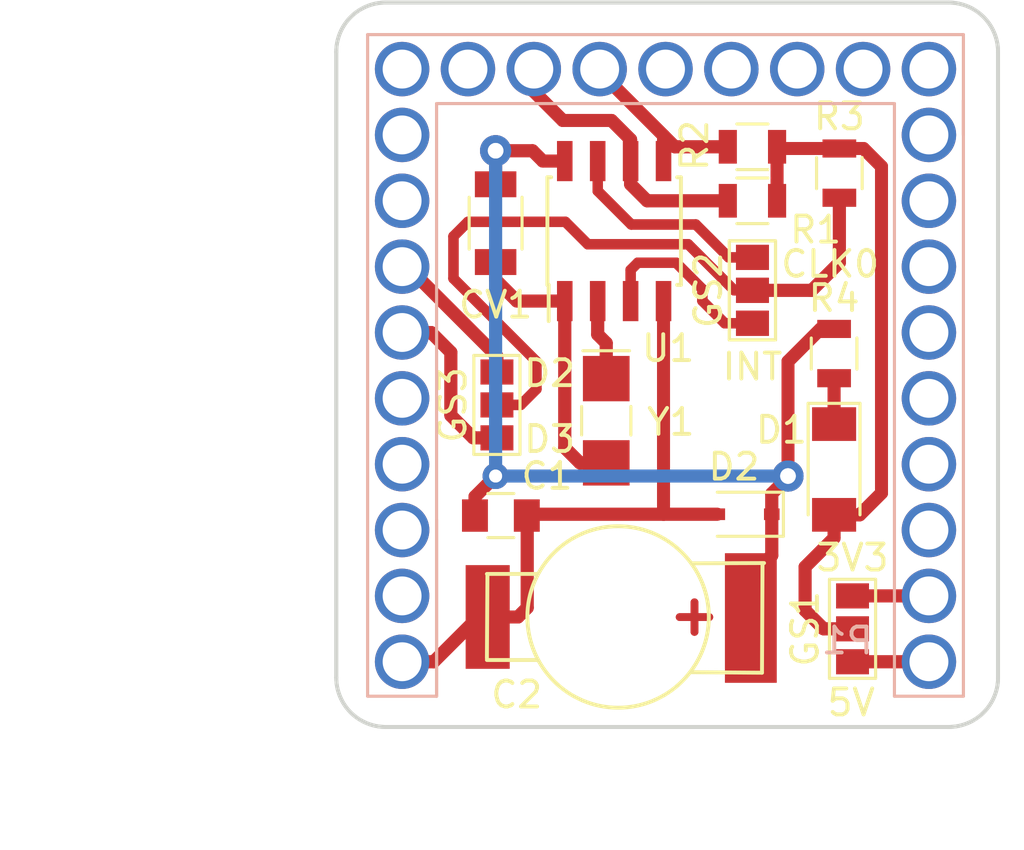
<source format=kicad_pcb>
(kicad_pcb (version 4) (host pcbnew 4.0.5)

  (general
    (links 32)
    (no_connects 0)
    (area 97.433001 89.485399 137.382 124.286001)
    (thickness 1.6)
    (drawings 26)
    (tracks 210)
    (zones 0)
    (modules 16)
    (nets 36)
  )

  (page A4)
  (title_block
    (title "Microduino RTC DE")
    (date "10 aprile 2017")
    (rev 0.0)
  )

  (layers
    (0 F.Cu signal)
    (31 B.Cu signal)
    (32 B.Adhes user)
    (33 F.Adhes user)
    (34 B.Paste user)
    (35 F.Paste user)
    (36 B.SilkS user)
    (37 F.SilkS user)
    (38 B.Mask user)
    (39 F.Mask user hide)
    (44 Edge.Cuts user)
    (45 Margin user)
    (46 B.CrtYd user)
    (47 F.CrtYd user)
    (48 B.Fab user)
    (49 F.Fab user)
  )

  (setup
    (last_trace_width 0.25)
    (user_trace_width 0.4)
    (user_trace_width 0.5)
    (user_trace_width 0.75)
    (user_trace_width 1)
    (user_trace_width 1.5)
    (user_trace_width 2)
    (user_trace_width 2.5)
    (user_trace_width 3)
    (trace_clearance 0.2)
    (zone_clearance 0.508)
    (zone_45_only no)
    (trace_min 0.2)
    (segment_width 0.15)
    (edge_width 0.15)
    (via_size 0.6)
    (via_drill 0.4)
    (via_min_size 0.4)
    (via_min_drill 0.3)
    (user_via 1 0.5)
    (user_via 1.2 0.6)
    (uvia_size 0.3)
    (uvia_drill 0.1)
    (uvias_allowed no)
    (uvia_min_size 0.2)
    (uvia_min_drill 0.1)
    (pcb_text_width 0.3)
    (pcb_text_size 1.5 1.5)
    (mod_edge_width 0.15)
    (mod_text_size 1 1)
    (mod_text_width 0.15)
    (pad_size 2.1 2.1)
    (pad_drill 1.5)
    (pad_to_mask_clearance 0.2)
    (aux_axis_origin 0 0)
    (grid_origin 126.111 104.775)
    (visible_elements 7FFEFFFF)
    (pcbplotparams
      (layerselection 0x00030_80000001)
      (usegerberextensions false)
      (excludeedgelayer true)
      (linewidth 0.100000)
      (plotframeref false)
      (viasonmask false)
      (mode 1)
      (useauxorigin false)
      (hpglpennumber 1)
      (hpglpenspeed 20)
      (hpglpendiameter 15)
      (hpglpenoverlay 2)
      (psnegative false)
      (psa4output false)
      (plotreference true)
      (plotvalue true)
      (plotinvisibletext false)
      (padsonsilk false)
      (subtractmaskfromsilk false)
      (outputformat 1)
      (mirror false)
      (drillshape 1)
      (scaleselection 1)
      (outputdirectory ""))
  )

  (net 0 "")
  (net 1 "Net-(C1-Pad1)")
  (net 2 GND)
  (net 3 "Net-(CV1-Pad2)")
  (net 4 "Net-(D1-Pad2)")
  (net 5 /SCL)
  (net 6 /SDA)
  (net 7 "Net-(U1-Pad2)")
  (net 8 /INT)
  (net 9 /CLKO)
  (net 10 +5V)
  (net 11 +3V3)
  (net 12 /D2)
  (net 13 /D3)
  (net 14 /D7)
  (net 15 /D8)
  (net 16 /D9)
  (net 17 /D10)
  (net 18 /D11)
  (net 19 /D12)
  (net 20 /D13)
  (net 21 /REF)
  (net 22 /A0)
  (net 23 /A1)
  (net 24 /A2)
  (net 25 /A3)
  (net 26 /A6)
  (net 27 /A7)
  (net 28 /RX0)
  (net 29 /TX1)
  (net 30 /D4)
  (net 31 /D5)
  (net 32 /D6)
  (net 33 /RESET)
  (net 34 "Net-(GS2-Pad2)")
  (net 35 "Net-(D1-Pad1)")

  (net_class Default "Questo è il gruppo di collegamenti predefinito"
    (clearance 0.2)
    (trace_width 0.25)
    (via_dia 0.6)
    (via_drill 0.4)
    (uvia_dia 0.3)
    (uvia_drill 0.1)
    (add_net +3V3)
    (add_net +5V)
    (add_net /A0)
    (add_net /A1)
    (add_net /A2)
    (add_net /A3)
    (add_net /A6)
    (add_net /A7)
    (add_net /CLKO)
    (add_net /D10)
    (add_net /D11)
    (add_net /D12)
    (add_net /D13)
    (add_net /D2)
    (add_net /D3)
    (add_net /D4)
    (add_net /D5)
    (add_net /D6)
    (add_net /D7)
    (add_net /D8)
    (add_net /D9)
    (add_net /INT)
    (add_net /REF)
    (add_net /RESET)
    (add_net /RX0)
    (add_net /SCL)
    (add_net /SDA)
    (add_net /TX1)
    (add_net GND)
    (add_net "Net-(C1-Pad1)")
    (add_net "Net-(CV1-Pad2)")
    (add_net "Net-(D1-Pad1)")
    (add_net "Net-(D1-Pad2)")
    (add_net "Net-(GS2-Pad2)")
    (add_net "Net-(U1-Pad2)")
  )

  (module Connectors:GS3 (layer F.Cu) (tedit 58613494) (tstamp 58E793D0)
    (at 126.6698 100.6602)
    (descr "3-pin solder bridge")
    (tags "solder bridge")
    (path /58D9FB5B)
    (attr smd)
    (fp_text reference GS2 (at -1.7 0 90) (layer F.SilkS)
      (effects (font (size 1 1) (thickness 0.15)))
    )
    (fp_text value GS3 (at 1.8 0 90) (layer F.Fab)
      (effects (font (size 1 1) (thickness 0.15)))
    )
    (fp_line (start -1.15 -2.15) (end 1.15 -2.15) (layer F.CrtYd) (width 0.05))
    (fp_line (start 1.15 -2.15) (end 1.15 2.15) (layer F.CrtYd) (width 0.05))
    (fp_line (start 1.15 2.15) (end -1.15 2.15) (layer F.CrtYd) (width 0.05))
    (fp_line (start -1.15 2.15) (end -1.15 -2.15) (layer F.CrtYd) (width 0.05))
    (fp_line (start -0.89 -1.91) (end -0.89 1.91) (layer F.SilkS) (width 0.12))
    (fp_line (start -0.89 1.91) (end 0.89 1.91) (layer F.SilkS) (width 0.12))
    (fp_line (start 0.89 1.91) (end 0.89 -1.91) (layer F.SilkS) (width 0.12))
    (fp_line (start -0.89 -1.91) (end 0.89 -1.91) (layer F.SilkS) (width 0.12))
    (pad 1 smd rect (at 0 -1.27) (size 1.27 0.97) (layers F.Cu F.Paste F.Mask)
      (net 9 /CLKO))
    (pad 2 smd rect (at 0 0) (size 1.27 0.97) (layers F.Cu F.Paste F.Mask)
      (net 34 "Net-(GS2-Pad2)"))
    (pad 3 smd rect (at 0 1.27) (size 1.27 0.97) (layers F.Cu F.Paste F.Mask)
      (net 8 /INT))
  )

  (module Crystals:Crystal_SMD_G8-2pin_3.2x1.5mm_HandSoldering (layer F.Cu) (tedit 58E77EBC) (tstamp 58D8E201)
    (at 121.031 105.6894 270)
    (descr "SMD Crystal G8, hand-soldering, 3.2x1.5mm^2 package")
    (tags "SMD SMT crystal hand-soldering")
    (path /58B7FA73)
    (attr smd)
    (fp_text reference Y1 (at 0.0508 -2.4892 360) (layer F.SilkS)
      (effects (font (size 1 1) (thickness 0.15)))
    )
    (fp_text value "32,762 kHz" (at 0 1.95 270) (layer F.Fab)
      (effects (font (size 1 1) (thickness 0.15)))
    )
    (fp_text user %R (at 0 0 270) (layer F.Fab)
      (effects (font (size 0.7 0.7) (thickness 0.105)))
    )
    (fp_line (start -1.6 -0.75) (end -1.6 0.75) (layer F.Fab) (width 0.1))
    (fp_line (start -1.6 0.75) (end 1.6 0.75) (layer F.Fab) (width 0.1))
    (fp_line (start 1.6 0.75) (end 1.6 -0.75) (layer F.Fab) (width 0.1))
    (fp_line (start 1.6 -0.75) (end -1.6 -0.75) (layer F.Fab) (width 0.1))
    (fp_line (start -1.6 0.25) (end -1.1 0.75) (layer F.Fab) (width 0.1))
    (fp_line (start -0.55 -0.95) (end 0.55 -0.95) (layer F.SilkS) (width 0.12))
    (fp_line (start -0.55 0.95) (end 0.55 0.95) (layer F.SilkS) (width 0.12))
    (fp_line (start -2.7 -0.9) (end -2.7 0.9) (layer F.SilkS) (width 0.12))
    (fp_line (start -2.8 -1.2) (end -2.8 1.2) (layer F.CrtYd) (width 0.05))
    (fp_line (start -2.8 1.2) (end 2.8 1.2) (layer F.CrtYd) (width 0.05))
    (fp_line (start 2.8 1.2) (end 2.8 -1.2) (layer F.CrtYd) (width 0.05))
    (fp_line (start 2.8 -1.2) (end -2.8 -1.2) (layer F.CrtYd) (width 0.05))
    (fp_circle (center 0 0) (end 0.25 0) (layer F.Adhes) (width 0.1))
    (fp_circle (center 0 0) (end 0.208333 0) (layer F.Adhes) (width 0.083333))
    (fp_circle (center 0 0) (end 0.133333 0) (layer F.Adhes) (width 0.083333))
    (fp_circle (center 0 0) (end 0.058333 0) (layer F.Adhes) (width 0.116667))
    (pad 1 smd rect (at -1.625 0 270) (size 1.75 1.8) (layers F.Cu F.Paste F.Mask)
      (net 7 "Net-(U1-Pad2)"))
    (pad 2 smd rect (at 1.625 0 270) (size 1.75 1.8) (layers F.Cu F.Paste F.Mask)
      (net 3 "Net-(CV1-Pad2)"))
    (model ${KISYS3DMOD}/Crystals.3dshapes/Crystal_SMD_G8-2pin_3.2x1.5mm_HandSoldering.wrl
      (at (xyz 0 0 0))
      (scale (xyz 1 1 1))
      (rotate (xyz 0 0 0))
    )
  )

  (module Diodes_SMD:D_MiniMELF_Standard (layer F.Cu) (tedit 58E77D9D) (tstamp 58D8E1E3)
    (at 129.8194 107.569 270)
    (descr "Diode Mini-MELF Standard")
    (tags "Diode Mini-MELF Standard")
    (path /58C5822F)
    (attr smd)
    (fp_text reference D1 (at -1.524 2.032 360) (layer F.SilkS)
      (effects (font (size 1 1) (thickness 0.15)))
    )
    (fp_text value TMMBAT43 (at 0 3.81 270) (layer F.Fab)
      (effects (font (size 1 1) (thickness 0.15)))
    )
    (fp_line (start 1.75 -1) (end -2.55 -1) (layer F.SilkS) (width 0.12))
    (fp_line (start -2.55 -1) (end -2.55 1) (layer F.SilkS) (width 0.12))
    (fp_line (start -2.55 1) (end 1.75 1) (layer F.SilkS) (width 0.12))
    (fp_line (start 1.65 -0.8) (end 1.65 0.8) (layer F.Fab) (width 0.1))
    (fp_line (start 1.65 0.8) (end -1.65 0.8) (layer F.Fab) (width 0.1))
    (fp_line (start -1.65 0.8) (end -1.65 -0.8) (layer F.Fab) (width 0.1))
    (fp_line (start -1.65 -0.8) (end 1.65 -0.8) (layer F.Fab) (width 0.1))
    (fp_line (start 0.25 0) (end 0.75 0) (layer F.Fab) (width 0.1))
    (fp_line (start 0.25 0.4) (end -0.35 0) (layer F.Fab) (width 0.1))
    (fp_line (start 0.25 -0.4) (end 0.25 0.4) (layer F.Fab) (width 0.1))
    (fp_line (start -0.35 0) (end 0.25 -0.4) (layer F.Fab) (width 0.1))
    (fp_line (start -0.35 0) (end -0.35 0.55) (layer F.Fab) (width 0.1))
    (fp_line (start -0.35 0) (end -0.35 -0.55) (layer F.Fab) (width 0.1))
    (fp_line (start -0.75 0) (end -0.35 0) (layer F.Fab) (width 0.1))
    (fp_line (start -2.65 -1.1) (end 2.65 -1.1) (layer F.CrtYd) (width 0.05))
    (fp_line (start 2.65 -1.1) (end 2.65 1.1) (layer F.CrtYd) (width 0.05))
    (fp_line (start 2.65 1.1) (end -2.65 1.1) (layer F.CrtYd) (width 0.05))
    (fp_line (start -2.65 1.1) (end -2.65 -1.1) (layer F.CrtYd) (width 0.05))
    (pad 1 smd rect (at -1.75 0 270) (size 1.3 1.7) (layers F.Cu F.Paste F.Mask)
      (net 35 "Net-(D1-Pad1)"))
    (pad 2 smd rect (at 1.75 0 270) (size 1.3 1.7) (layers F.Cu F.Paste F.Mask)
      (net 4 "Net-(D1-Pad2)"))
    (model Diodes_SMD.3dshapes/D_MiniMELF_Standard.wrl
      (at (xyz 0 0 0))
      (scale (xyz 0.3937 0.3937 0.3937))
      (rotate (xyz 0 0 0))
    )
  )

  (module Housings_SOIC:SOIC-8_3.9x4.9mm_Pitch1.27mm (layer F.Cu) (tedit 58E91025) (tstamp 58D92C2F)
    (at 121.3358 98.3742 90)
    (descr "8-Lead Plastic Small Outline (SN) - Narrow, 3.90 mm Body [SOIC] (see Microchip Packaging Specification 00000049BS.pdf)")
    (tags "SOIC 1.27")
    (path /58B7F974)
    (attr smd)
    (fp_text reference U1 (at -4.5212 2.0828 180) (layer F.SilkS)
      (effects (font (size 1 1) (thickness 0.15)))
    )
    (fp_text value PCF8563 (at 0 3.5 90) (layer F.Fab)
      (effects (font (size 1 1) (thickness 0.15)))
    )
    (fp_text user %R (at 0 0 180) (layer F.Fab)
      (effects (font (size 1 1) (thickness 0.15)))
    )
    (fp_line (start -0.95 -2.45) (end 1.95 -2.45) (layer F.Fab) (width 0.1))
    (fp_line (start 1.95 -2.45) (end 1.95 2.45) (layer F.Fab) (width 0.1))
    (fp_line (start 1.95 2.45) (end -1.95 2.45) (layer F.Fab) (width 0.1))
    (fp_line (start -1.95 2.45) (end -1.95 -1.45) (layer F.Fab) (width 0.1))
    (fp_line (start -1.95 -1.45) (end -0.95 -2.45) (layer F.Fab) (width 0.1))
    (fp_line (start -3.73 -2.7) (end -3.73 2.7) (layer F.CrtYd) (width 0.05))
    (fp_line (start 3.73 -2.7) (end 3.73 2.7) (layer F.CrtYd) (width 0.05))
    (fp_line (start -3.73 -2.7) (end 3.73 -2.7) (layer F.CrtYd) (width 0.05))
    (fp_line (start -3.73 2.7) (end 3.73 2.7) (layer F.CrtYd) (width 0.05))
    (fp_line (start -2.075 -2.575) (end -2.075 -2.525) (layer F.SilkS) (width 0.15))
    (fp_line (start 2.075 -2.575) (end 2.075 -2.43) (layer F.SilkS) (width 0.15))
    (fp_line (start 2.075 2.575) (end 2.075 2.43) (layer F.SilkS) (width 0.15))
    (fp_line (start -2.075 2.575) (end -2.075 2.43) (layer F.SilkS) (width 0.15))
    (fp_line (start -2.075 -2.575) (end 2.075 -2.575) (layer F.SilkS) (width 0.15))
    (fp_line (start -2.075 2.575) (end 2.075 2.575) (layer F.SilkS) (width 0.15))
    (fp_line (start -2.075 -2.525) (end -3.475 -2.525) (layer F.SilkS) (width 0.15))
    (pad 1 smd rect (at -2.7 -1.905 90) (size 1.55 0.6) (layers F.Cu F.Paste F.Mask)
      (net 3 "Net-(CV1-Pad2)"))
    (pad 2 smd rect (at -2.7 -0.635 90) (size 1.55 0.6) (layers F.Cu F.Paste F.Mask)
      (net 7 "Net-(U1-Pad2)"))
    (pad 3 smd rect (at -2.7 0.635 90) (size 1.55 0.6) (layers F.Cu F.Paste F.Mask)
      (net 8 /INT))
    (pad 4 smd rect (at -2.7 1.905 90) (size 1.55 0.6) (layers F.Cu F.Paste F.Mask)
      (net 2 GND))
    (pad 5 smd rect (at 2.7 1.905 90) (size 1.55 0.6) (layers F.Cu F.Paste F.Mask)
      (net 6 /SDA))
    (pad 6 smd rect (at 2.7 0.635 90) (size 1.55 0.6) (layers F.Cu F.Paste F.Mask)
      (net 5 /SCL))
    (pad 7 smd rect (at 2.7 -0.635 90) (size 1.55 0.6) (layers F.Cu F.Paste F.Mask)
      (net 9 /CLKO))
    (pad 8 smd rect (at 2.7 -1.905 90) (size 1.55 0.6) (layers F.Cu F.Paste F.Mask)
      (net 1 "Net-(C1-Pad1)"))
    (model Housings_SOIC.3dshapes/SOIC-8_3.9x4.9mm_Pitch1.27mm.wrl
      (at (xyz 0 0 0))
      (scale (xyz 1 1 1))
      (rotate (xyz 0 0 0))
    )
  )

  (module Resistors_SMD:R_0805 (layer F.Cu) (tedit 58E9100E) (tstamp 58E1F324)
    (at 130.0226 96.139 270)
    (descr "Resistor SMD 0805, reflow soldering, Vishay (see dcrcw.pdf)")
    (tags "resistor 0805")
    (path /58DA426D)
    (attr smd)
    (fp_text reference R3 (at -2.1844 0 360) (layer F.SilkS)
      (effects (font (size 1 1) (thickness 0.15)))
    )
    (fp_text value 4k7 (at 0 1.75 270) (layer F.Fab)
      (effects (font (size 1 1) (thickness 0.15)))
    )
    (fp_text user %R (at -2.1844 0 360) (layer F.Fab)
      (effects (font (size 1 1) (thickness 0.15)))
    )
    (fp_line (start -1 0.62) (end -1 -0.62) (layer F.Fab) (width 0.1))
    (fp_line (start 1 0.62) (end -1 0.62) (layer F.Fab) (width 0.1))
    (fp_line (start 1 -0.62) (end 1 0.62) (layer F.Fab) (width 0.1))
    (fp_line (start -1 -0.62) (end 1 -0.62) (layer F.Fab) (width 0.1))
    (fp_line (start 0.6 0.88) (end -0.6 0.88) (layer F.SilkS) (width 0.12))
    (fp_line (start -0.6 -0.88) (end 0.6 -0.88) (layer F.SilkS) (width 0.12))
    (fp_line (start -1.55 -0.9) (end 1.55 -0.9) (layer F.CrtYd) (width 0.05))
    (fp_line (start -1.55 -0.9) (end -1.55 0.9) (layer F.CrtYd) (width 0.05))
    (fp_line (start 1.55 0.9) (end 1.55 -0.9) (layer F.CrtYd) (width 0.05))
    (fp_line (start 1.55 0.9) (end -1.55 0.9) (layer F.CrtYd) (width 0.05))
    (pad 1 smd rect (at -0.95 0 270) (size 0.7 1.3) (layers F.Cu F.Paste F.Mask)
      (net 4 "Net-(D1-Pad2)"))
    (pad 2 smd rect (at 0.95 0 270) (size 0.7 1.3) (layers F.Cu F.Paste F.Mask)
      (net 34 "Net-(GS2-Pad2)"))
    (model Resistors_SMD.3dshapes/R_0805.wrl
      (at (xyz 0 0 0))
      (scale (xyz 1 1 1))
      (rotate (xyz 0 0 0))
    )
  )

  (module Capacitors_SMD:C_0805 (layer F.Cu) (tedit 58E91042) (tstamp 58E1F3D1)
    (at 116.967 109.347)
    (descr "Capacitor SMD 0805, reflow soldering, AVX (see smccp.pdf)")
    (tags "capacitor 0805")
    (path /58B7FB48)
    (attr smd)
    (fp_text reference C1 (at 1.778 -1.524) (layer F.SilkS)
      (effects (font (size 1 1) (thickness 0.15)))
    )
    (fp_text value "0,1 uF" (at 0 1.75) (layer F.Fab)
      (effects (font (size 1 1) (thickness 0.15)))
    )
    (fp_text user %R (at 1.778 -1.524) (layer F.Fab)
      (effects (font (size 1 1) (thickness 0.15)))
    )
    (fp_line (start -1 0.62) (end -1 -0.62) (layer F.Fab) (width 0.1))
    (fp_line (start 1 0.62) (end -1 0.62) (layer F.Fab) (width 0.1))
    (fp_line (start 1 -0.62) (end 1 0.62) (layer F.Fab) (width 0.1))
    (fp_line (start -1 -0.62) (end 1 -0.62) (layer F.Fab) (width 0.1))
    (fp_line (start 0.5 -0.85) (end -0.5 -0.85) (layer F.SilkS) (width 0.12))
    (fp_line (start -0.5 0.85) (end 0.5 0.85) (layer F.SilkS) (width 0.12))
    (fp_line (start -1.75 -0.88) (end 1.75 -0.88) (layer F.CrtYd) (width 0.05))
    (fp_line (start -1.75 -0.88) (end -1.75 0.87) (layer F.CrtYd) (width 0.05))
    (fp_line (start 1.75 0.87) (end 1.75 -0.88) (layer F.CrtYd) (width 0.05))
    (fp_line (start 1.75 0.87) (end -1.75 0.87) (layer F.CrtYd) (width 0.05))
    (pad 1 smd rect (at -1 0) (size 1 1.25) (layers F.Cu F.Paste F.Mask)
      (net 1 "Net-(C1-Pad1)"))
    (pad 2 smd rect (at 1 0) (size 1 1.25) (layers F.Cu F.Paste F.Mask)
      (net 2 GND))
    (model Capacitors_SMD.3dshapes/C_0805.wrl
      (at (xyz 0 0 0))
      (scale (xyz 1 1 1))
      (rotate (xyz 0 0 0))
    )
  )

  (module Connectors:GS3 (layer F.Cu) (tedit 58E77DEA) (tstamp 58E1F3F1)
    (at 130.5306 113.7158 180)
    (descr "3-pin solder bridge")
    (tags "solder bridge")
    (path /58D9FACF)
    (attr smd)
    (fp_text reference GS1 (at 1.8288 0 270) (layer F.SilkS)
      (effects (font (size 1 1) (thickness 0.15)))
    )
    (fp_text value GS3 (at 1.8 0 270) (layer F.Fab)
      (effects (font (size 1 1) (thickness 0.15)))
    )
    (fp_line (start -1.15 -2.15) (end 1.15 -2.15) (layer F.CrtYd) (width 0.05))
    (fp_line (start 1.15 -2.15) (end 1.15 2.15) (layer F.CrtYd) (width 0.05))
    (fp_line (start 1.15 2.15) (end -1.15 2.15) (layer F.CrtYd) (width 0.05))
    (fp_line (start -1.15 2.15) (end -1.15 -2.15) (layer F.CrtYd) (width 0.05))
    (fp_line (start -0.89 -1.91) (end -0.89 1.91) (layer F.SilkS) (width 0.12))
    (fp_line (start -0.89 1.91) (end 0.89 1.91) (layer F.SilkS) (width 0.12))
    (fp_line (start 0.89 1.91) (end 0.89 -1.91) (layer F.SilkS) (width 0.12))
    (fp_line (start -0.89 -1.91) (end 0.89 -1.91) (layer F.SilkS) (width 0.12))
    (pad 1 smd rect (at 0 -1.27 180) (size 1.27 0.97) (layers F.Cu F.Paste F.Mask)
      (net 10 +5V))
    (pad 2 smd rect (at 0 0 180) (size 1.27 0.97) (layers F.Cu F.Paste F.Mask)
      (net 4 "Net-(D1-Pad2)"))
    (pad 3 smd rect (at 0 1.27 180) (size 1.27 0.97) (layers F.Cu F.Paste F.Mask)
      (net 11 +3V3))
  )

  (module Connectors:GS3 (layer F.Cu) (tedit 58613494) (tstamp 58E1F400)
    (at 126.6698 100.6602)
    (descr "3-pin solder bridge")
    (tags "solder bridge")
    (path /58D9FB5B)
    (attr smd)
    (fp_text reference GS2 (at -1.7 0 90) (layer F.SilkS)
      (effects (font (size 1 1) (thickness 0.15)))
    )
    (fp_text value GS3 (at 1.8 0 90) (layer F.Fab)
      (effects (font (size 1 1) (thickness 0.15)))
    )
    (fp_line (start -1.15 -2.15) (end 1.15 -2.15) (layer F.CrtYd) (width 0.05))
    (fp_line (start 1.15 -2.15) (end 1.15 2.15) (layer F.CrtYd) (width 0.05))
    (fp_line (start 1.15 2.15) (end -1.15 2.15) (layer F.CrtYd) (width 0.05))
    (fp_line (start -1.15 2.15) (end -1.15 -2.15) (layer F.CrtYd) (width 0.05))
    (fp_line (start -0.89 -1.91) (end -0.89 1.91) (layer F.SilkS) (width 0.12))
    (fp_line (start -0.89 1.91) (end 0.89 1.91) (layer F.SilkS) (width 0.12))
    (fp_line (start 0.89 1.91) (end 0.89 -1.91) (layer F.SilkS) (width 0.12))
    (fp_line (start -0.89 -1.91) (end 0.89 -1.91) (layer F.SilkS) (width 0.12))
    (pad 1 smd rect (at 0 -1.27) (size 1.27 0.97) (layers F.Cu F.Paste F.Mask)
      (net 9 /CLKO))
    (pad 2 smd rect (at 0 0) (size 1.27 0.97) (layers F.Cu F.Paste F.Mask)
      (net 34 "Net-(GS2-Pad2)"))
    (pad 3 smd rect (at 0 1.27) (size 1.27 0.97) (layers F.Cu F.Paste F.Mask)
      (net 8 /INT))
  )

  (module Connectors:GS3 (layer F.Cu) (tedit 58DCB0EE) (tstamp 58E1F40F)
    (at 116.8146 105.0798)
    (descr "3-pin solder bridge")
    (tags "solder bridge")
    (path /58D9FD38)
    (attr smd)
    (fp_text reference GS3 (at -1.7 0 90) (layer F.SilkS)
      (effects (font (size 1 1) (thickness 0.15)))
    )
    (fp_text value GS3 (at 1.8 0 90) (layer F.Fab)
      (effects (font (size 1 1) (thickness 0.15)))
    )
    (fp_line (start -1.15 -2.15) (end 1.15 -2.15) (layer F.CrtYd) (width 0.05))
    (fp_line (start 1.15 -2.15) (end 1.15 2.15) (layer F.CrtYd) (width 0.05))
    (fp_line (start 1.15 2.15) (end -1.15 2.15) (layer F.CrtYd) (width 0.05))
    (fp_line (start -1.15 2.15) (end -1.15 -2.15) (layer F.CrtYd) (width 0.05))
    (fp_line (start -0.89 -1.91) (end -0.89 1.91) (layer F.SilkS) (width 0.12))
    (fp_line (start -0.89 1.91) (end 0.89 1.91) (layer F.SilkS) (width 0.12))
    (fp_line (start 0.89 1.91) (end 0.89 -1.91) (layer F.SilkS) (width 0.12))
    (fp_line (start -0.89 -1.91) (end 0.89 -1.91) (layer F.SilkS) (width 0.12))
    (pad 1 smd rect (at 0 -1.27) (size 1.27 0.97) (layers F.Cu F.Paste F.Mask)
      (net 12 /D2))
    (pad 2 smd rect (at 0 0) (size 1.27 0.97) (layers F.Cu F.Paste F.Mask)
      (net 34 "Net-(GS2-Pad2)"))
    (pad 3 smd rect (at 0 1.27) (size 1.27 0.97) (layers F.Cu F.Paste F.Mask)
      (net 13 /D3))
  )

  (module Resistors_SMD:R_0805 (layer F.Cu) (tedit 58E91089) (tstamp 58E1F420)
    (at 126.6698 97.2058 180)
    (descr "Resistor SMD 0805, reflow soldering, Vishay (see dcrcw.pdf)")
    (tags "resistor 0805")
    (path /58C44D2B)
    (attr smd)
    (fp_text reference R1 (at -2.4384 -1.1176 180) (layer F.SilkS)
      (effects (font (size 1 1) (thickness 0.15)))
    )
    (fp_text value 4k7 (at 0 1.75 180) (layer F.Fab)
      (effects (font (size 1 1) (thickness 0.15)))
    )
    (fp_text user %R (at -2.4384 -1.1176 180) (layer F.Fab)
      (effects (font (size 1 1) (thickness 0.15)))
    )
    (fp_line (start -1 0.62) (end -1 -0.62) (layer F.Fab) (width 0.1))
    (fp_line (start 1 0.62) (end -1 0.62) (layer F.Fab) (width 0.1))
    (fp_line (start 1 -0.62) (end 1 0.62) (layer F.Fab) (width 0.1))
    (fp_line (start -1 -0.62) (end 1 -0.62) (layer F.Fab) (width 0.1))
    (fp_line (start 0.6 0.88) (end -0.6 0.88) (layer F.SilkS) (width 0.12))
    (fp_line (start -0.6 -0.88) (end 0.6 -0.88) (layer F.SilkS) (width 0.12))
    (fp_line (start -1.55 -0.9) (end 1.55 -0.9) (layer F.CrtYd) (width 0.05))
    (fp_line (start -1.55 -0.9) (end -1.55 0.9) (layer F.CrtYd) (width 0.05))
    (fp_line (start 1.55 0.9) (end 1.55 -0.9) (layer F.CrtYd) (width 0.05))
    (fp_line (start 1.55 0.9) (end -1.55 0.9) (layer F.CrtYd) (width 0.05))
    (pad 1 smd rect (at -0.95 0 180) (size 0.7 1.3) (layers F.Cu F.Paste F.Mask)
      (net 4 "Net-(D1-Pad2)"))
    (pad 2 smd rect (at 0.95 0 180) (size 0.7 1.3) (layers F.Cu F.Paste F.Mask)
      (net 5 /SCL))
    (model Resistors_SMD.3dshapes/R_0805.wrl
      (at (xyz 0 0 0))
      (scale (xyz 1 1 1))
      (rotate (xyz 0 0 0))
    )
  )

  (module Resistors_SMD:R_0805 (layer F.Cu) (tedit 58E90FFB) (tstamp 58E1F431)
    (at 126.6698 95.123 180)
    (descr "Resistor SMD 0805, reflow soldering, Vishay (see dcrcw.pdf)")
    (tags "resistor 0805")
    (path /58C44D52)
    (attr smd)
    (fp_text reference R2 (at 2.2352 0.0508 270) (layer F.SilkS)
      (effects (font (size 1 1) (thickness 0.15)))
    )
    (fp_text value 4k7 (at 0 1.75 180) (layer F.Fab)
      (effects (font (size 1 1) (thickness 0.15)))
    )
    (fp_text user %R (at 2.2352 0.0508 270) (layer F.Fab)
      (effects (font (size 1 1) (thickness 0.15)))
    )
    (fp_line (start -1 0.62) (end -1 -0.62) (layer F.Fab) (width 0.1))
    (fp_line (start 1 0.62) (end -1 0.62) (layer F.Fab) (width 0.1))
    (fp_line (start 1 -0.62) (end 1 0.62) (layer F.Fab) (width 0.1))
    (fp_line (start -1 -0.62) (end 1 -0.62) (layer F.Fab) (width 0.1))
    (fp_line (start 0.6 0.88) (end -0.6 0.88) (layer F.SilkS) (width 0.12))
    (fp_line (start -0.6 -0.88) (end 0.6 -0.88) (layer F.SilkS) (width 0.12))
    (fp_line (start -1.55 -0.9) (end 1.55 -0.9) (layer F.CrtYd) (width 0.05))
    (fp_line (start -1.55 -0.9) (end -1.55 0.9) (layer F.CrtYd) (width 0.05))
    (fp_line (start 1.55 0.9) (end 1.55 -0.9) (layer F.CrtYd) (width 0.05))
    (fp_line (start 1.55 0.9) (end -1.55 0.9) (layer F.CrtYd) (width 0.05))
    (pad 1 smd rect (at -0.95 0 180) (size 0.7 1.3) (layers F.Cu F.Paste F.Mask)
      (net 4 "Net-(D1-Pad2)"))
    (pad 2 smd rect (at 0.95 0 180) (size 0.7 1.3) (layers F.Cu F.Paste F.Mask)
      (net 6 /SDA))
    (model Resistors_SMD.3dshapes/R_0805.wrl
      (at (xyz 0 0 0))
      (scale (xyz 1 1 1))
      (rotate (xyz 0 0 0))
    )
  )

  (module Capacitors_SMD:C_1206 (layer F.Cu) (tedit 58E9101E) (tstamp 58DC975D)
    (at 116.7638 98.0694 270)
    (descr "Capacitor SMD 1206, reflow soldering, AVX (see smccp.pdf)")
    (tags "capacitor 1206")
    (path /58B7FAE6)
    (attr smd)
    (fp_text reference CV1 (at 3.1496 0 360) (layer F.SilkS)
      (effects (font (size 1 1) (thickness 0.15)))
    )
    (fp_text value "5-25 pF" (at 0 2 270) (layer F.Fab)
      (effects (font (size 1 1) (thickness 0.15)))
    )
    (fp_text user %R (at 3.1496 0 360) (layer F.Fab)
      (effects (font (size 1 1) (thickness 0.15)))
    )
    (fp_line (start -1.6 0.8) (end -1.6 -0.8) (layer F.Fab) (width 0.1))
    (fp_line (start 1.6 0.8) (end -1.6 0.8) (layer F.Fab) (width 0.1))
    (fp_line (start 1.6 -0.8) (end 1.6 0.8) (layer F.Fab) (width 0.1))
    (fp_line (start -1.6 -0.8) (end 1.6 -0.8) (layer F.Fab) (width 0.1))
    (fp_line (start 1 -1.02) (end -1 -1.02) (layer F.SilkS) (width 0.12))
    (fp_line (start -1 1.02) (end 1 1.02) (layer F.SilkS) (width 0.12))
    (fp_line (start -2.25 -1.05) (end 2.25 -1.05) (layer F.CrtYd) (width 0.05))
    (fp_line (start -2.25 -1.05) (end -2.25 1.05) (layer F.CrtYd) (width 0.05))
    (fp_line (start 2.25 1.05) (end 2.25 -1.05) (layer F.CrtYd) (width 0.05))
    (fp_line (start 2.25 1.05) (end -2.25 1.05) (layer F.CrtYd) (width 0.05))
    (pad 1 smd rect (at -1.5 0 270) (size 1 1.6) (layers F.Cu F.Paste F.Mask)
      (net 1 "Net-(C1-Pad1)"))
    (pad 2 smd rect (at 1.5 0 270) (size 1 1.6) (layers F.Cu F.Paste F.Mask)
      (net 3 "Net-(CV1-Pad2)"))
    (model Capacitors_SMD.3dshapes/C_1206.wrl
      (at (xyz 0 0 0))
      (scale (xyz 1 1 1))
      (rotate (xyz 0 0 0))
    )
  )

  (module Microduino_RTC_DE:Supercap (layer F.Cu) (tedit 58E90CFB) (tstamp 58E6587C)
    (at 121.4882 113.2586 180)
    (descr "Capacitor SMD 1206, reflow soldering, AVX (see smccp.pdf)")
    (tags "capacitor 1206")
    (path /58C58191)
    (attr smd)
    (fp_text reference C2 (at 3.9116 -2.9972 360) (layer F.SilkS)
      (effects (font (size 1 1) (thickness 0.15)))
    )
    (fp_text value 0,2F (at 0 4.52 180) (layer F.Fab)
      (effects (font (size 1 1) (thickness 0.15)))
    )
    (fp_line (start -2.78 -2.13) (end -5.55 -2.15) (layer F.SilkS) (width 0.15))
    (fp_line (start -5.55 -2.15) (end -5.57 2.07) (layer F.SilkS) (width 0.15))
    (fp_line (start -5.63 2.08) (end -2.85 2.07) (layer F.SilkS) (width 0.15))
    (fp_line (start 3.09 -1.66) (end 5.06 -1.66) (layer F.SilkS) (width 0.15))
    (fp_line (start 5.06 -1.59) (end 5.04 1.65) (layer F.SilkS) (width 0.15))
    (fp_line (start 5.06 1.66) (end 3.13 1.66) (layer F.SilkS) (width 0.15))
    (fp_circle (center 0 0) (end 3.5 0.03) (layer F.SilkS) (width 0.15))
    (fp_text user %R (at 3.9624 -2.9972 180) (layer F.Fab)
      (effects (font (size 1 1) (thickness 0.15)))
    )
    (pad 1 smd rect (at -5.12 -0.04 180) (size 2 5) (layers F.Cu F.Paste F.Mask)
      (net 1 "Net-(C1-Pad1)"))
    (pad 2 smd rect (at 5.03 0 180) (size 1.7 4) (layers F.Cu F.Mask)
      (net 2 GND))
    (model Capacitors_SMD.3dshapes/C_1206.wrl
      (at (xyz 0 0 0))
      (scale (xyz 1 1 1))
      (rotate (xyz 0 0 0))
    )
  )

  (module Diodes_SMD:D_SOD-323 (layer F.Cu) (tedit 58E77DAA) (tstamp 58E7430D)
    (at 126.365 109.2962 180)
    (descr SOD-323)
    (tags SOD-323)
    (path /58E73E8C)
    (attr smd)
    (fp_text reference D2 (at 0.4064 1.8288 180) (layer F.SilkS)
      (effects (font (size 1 1) (thickness 0.15)))
    )
    (fp_text value MM3Z3V3ST1G (at 0.1 1.9 180) (layer F.Fab)
      (effects (font (size 1 1) (thickness 0.15)))
    )
    (fp_line (start -1.5 -0.85) (end -1.5 0.85) (layer F.SilkS) (width 0.12))
    (fp_line (start 0.2 0) (end 0.45 0) (layer F.Fab) (width 0.1))
    (fp_line (start 0.2 0.35) (end -0.3 0) (layer F.Fab) (width 0.1))
    (fp_line (start 0.2 -0.35) (end 0.2 0.35) (layer F.Fab) (width 0.1))
    (fp_line (start -0.3 0) (end 0.2 -0.35) (layer F.Fab) (width 0.1))
    (fp_line (start -0.3 0) (end -0.5 0) (layer F.Fab) (width 0.1))
    (fp_line (start -0.3 -0.35) (end -0.3 0.35) (layer F.Fab) (width 0.1))
    (fp_line (start -0.9 0.7) (end -0.9 -0.7) (layer F.Fab) (width 0.1))
    (fp_line (start 0.9 0.7) (end -0.9 0.7) (layer F.Fab) (width 0.1))
    (fp_line (start 0.9 -0.7) (end 0.9 0.7) (layer F.Fab) (width 0.1))
    (fp_line (start -0.9 -0.7) (end 0.9 -0.7) (layer F.Fab) (width 0.1))
    (fp_line (start -1.6 -0.95) (end 1.6 -0.95) (layer F.CrtYd) (width 0.05))
    (fp_line (start 1.6 -0.95) (end 1.6 0.95) (layer F.CrtYd) (width 0.05))
    (fp_line (start -1.6 0.95) (end 1.6 0.95) (layer F.CrtYd) (width 0.05))
    (fp_line (start -1.6 -0.95) (end -1.6 0.95) (layer F.CrtYd) (width 0.05))
    (fp_line (start -1.5 0.85) (end 1.05 0.85) (layer F.SilkS) (width 0.12))
    (fp_line (start -1.5 -0.85) (end 1.05 -0.85) (layer F.SilkS) (width 0.12))
    (pad 1 smd rect (at -1.05 0 180) (size 0.6 0.45) (layers F.Cu F.Paste F.Mask)
      (net 1 "Net-(C1-Pad1)"))
    (pad 2 smd rect (at 1.05 0 180) (size 0.6 0.45) (layers F.Cu F.Paste F.Mask)
      (net 2 GND))
    (model Diodes_SMD.3dshapes/D_SOD-323.wrl
      (at (xyz 0 0 0))
      (scale (xyz 1 1 1))
      (rotate (xyz 0 0 180))
    )
  )

  (module Resistors_SMD:R_0805 (layer F.Cu) (tedit 58E91075) (tstamp 58E74313)
    (at 129.8194 103.0986 90)
    (descr "Resistor SMD 0805, reflow soldering, Vishay (see dcrcw.pdf)")
    (tags "resistor 0805")
    (path /58E74C0B)
    (attr smd)
    (fp_text reference R4 (at 2.1336 0 180) (layer F.SilkS)
      (effects (font (size 1 1) (thickness 0.15)))
    )
    (fp_text value 33 (at 0 1.75 90) (layer F.Fab)
      (effects (font (size 1 1) (thickness 0.15)))
    )
    (fp_text user %R (at 0 0 90) (layer F.Fab)
      (effects (font (size 0.5 0.5) (thickness 0.075)))
    )
    (fp_line (start -1 0.62) (end -1 -0.62) (layer F.Fab) (width 0.1))
    (fp_line (start 1 0.62) (end -1 0.62) (layer F.Fab) (width 0.1))
    (fp_line (start 1 -0.62) (end 1 0.62) (layer F.Fab) (width 0.1))
    (fp_line (start -1 -0.62) (end 1 -0.62) (layer F.Fab) (width 0.1))
    (fp_line (start 0.6 0.88) (end -0.6 0.88) (layer F.SilkS) (width 0.12))
    (fp_line (start -0.6 -0.88) (end 0.6 -0.88) (layer F.SilkS) (width 0.12))
    (fp_line (start -1.55 -0.9) (end 1.55 -0.9) (layer F.CrtYd) (width 0.05))
    (fp_line (start -1.55 -0.9) (end -1.55 0.9) (layer F.CrtYd) (width 0.05))
    (fp_line (start 1.55 0.9) (end 1.55 -0.9) (layer F.CrtYd) (width 0.05))
    (fp_line (start 1.55 0.9) (end -1.55 0.9) (layer F.CrtYd) (width 0.05))
    (pad 1 smd rect (at -0.95 0 90) (size 0.7 1.3) (layers F.Cu F.Paste F.Mask)
      (net 35 "Net-(D1-Pad1)"))
    (pad 2 smd rect (at 0.95 0 90) (size 0.7 1.3) (layers F.Cu F.Paste F.Mask)
      (net 1 "Net-(C1-Pad1)"))
    (model ${KISYS3DMOD}/Resistors_SMD.3dshapes/R_0805.wrl
      (at (xyz 0 0 0))
      (scale (xyz 1 1 1))
      (rotate (xyz 0 0 0))
    )
  )

  (module Libreria_PCB_mia:Upin_27 (layer B.Cu) (tedit 58E90D27) (tstamp 58E8E7B2)
    (at 133.477 114.9858 180)
    (descr "Through hole straight socket strip, 1x09, 2.54mm pitch, single row")
    (tags "Through hole socket strip THT 1x09 2.54mm single row")
    (path /58E8E495)
    (fp_text reference P1 (at 3.1496 0.8128 180) (layer B.SilkS)
      (effects (font (size 1 1) (thickness 0.15)) (justify mirror))
    )
    (fp_text value CONN_1x27 (at -2.83 10.17 450) (layer B.Fab)
      (effects (font (size 1 1) (thickness 0.15)) (justify mirror))
    )
    (fp_line (start 1.8 -1.78) (end 1.8 21.05) (layer B.CrtYd) (width 0.12))
    (fp_line (start 18.52 21.05) (end 1.8 21.05) (layer B.CrtYd) (width 0.12))
    (fp_line (start -1.27 24.13) (end -1.27 -1.27) (layer B.Fab) (width 0.12))
    (fp_line (start 1.27 -1.27) (end 1.27 21.59) (layer B.Fab) (width 0.12))
    (fp_line (start 1.27 21.59) (end 19.05 21.59) (layer B.Fab) (width 0.12))
    (fp_line (start 19.05 21.59) (end 19.05 -1.27) (layer B.Fab) (width 0.12))
    (fp_line (start 19.05 -1.27) (end 21.59 -1.27) (layer B.Fab) (width 0.12))
    (fp_line (start 21.59 -1.27) (end 21.59 24.13) (layer B.Fab) (width 0.12))
    (fp_line (start 21.59 24.13) (end -1.27 24.13) (layer B.Fab) (width 0.12))
    (fp_line (start 21.65 -1.33) (end 21.65 24.19) (layer B.SilkS) (width 0.12))
    (fp_line (start 21.65 24.19) (end -1.33 24.19) (layer B.SilkS) (width 0.12))
    (fp_line (start -1.33 -1.33) (end -1.33 24.19) (layer B.SilkS) (width 0.12))
    (fp_line (start 1.33 -1.33) (end 1.33 21.53) (layer B.SilkS) (width 0.12))
    (fp_line (start 1.33 21.53) (end 18.99 21.53) (layer B.SilkS) (width 0.12))
    (fp_line (start 18.99 -1.33) (end 18.99 21.53) (layer B.SilkS) (width 0.12))
    (fp_line (start 18.99 -1.33) (end 18.99 5.48) (layer B.SilkS) (width 0.12))
    (fp_line (start -1.8 24.67) (end 22.12 24.67) (layer B.CrtYd) (width 0.12))
    (fp_line (start -1.8 -1.78) (end -1.8 24.67) (layer B.CrtYd) (width 0.12))
    (fp_line (start 22.12 -1.78) (end 22.12 24.67) (layer B.CrtYd) (width 0.12))
    (fp_line (start 18.52 21.05) (end 18.52 -1.8) (layer B.CrtYd) (width 0.12))
    (fp_line (start 18.52 -1.8) (end 22.12 -1.8) (layer B.CrtYd) (width 0.12))
    (fp_line (start -1.27 -1.27) (end 1.27 -1.27) (layer B.Fab) (width 0.12))
    (fp_line (start -1.33 -1.33) (end 1.33 -1.33) (layer B.SilkS) (width 0.12))
    (fp_line (start 21.65 -1.33) (end 18.99 -1.33) (layer B.SilkS) (width 0.12))
    (fp_line (start -1.33 20.32) (end -1.33 21.65) (layer B.SilkS) (width 0.12))
    (fp_line (start -1.8 -1.78) (end 1.8 -1.78) (layer B.CrtYd) (width 0.12))
    (fp_text user %R (at 3.1496 0.8128 180) (layer B.Fab)
      (effects (font (size 1 1) (thickness 0.15)) (justify mirror))
    )
    (pad 9 thru_hole circle (at 0 20.32 180) (size 2.1 2.1) (drill 1.5) (layers *.Cu *.Mask)
      (net 20 /D13))
    (pad 8 thru_hole circle (at 0 17.78 180) (size 2.1 2.1) (drill 1.5) (layers *.Cu *.Mask)
      (net 19 /D12))
    (pad 7 thru_hole circle (at 0 15.24 180) (size 2.1 2.1) (drill 1.5) (layers *.Cu *.Mask)
      (net 18 /D11))
    (pad 6 thru_hole circle (at 0 12.7 180) (size 2.1 2.1) (drill 1.5) (layers *.Cu *.Mask)
      (net 17 /D10))
    (pad 5 thru_hole circle (at 0 10.16 180) (size 2.1 2.1) (drill 1.5) (layers *.Cu *.Mask)
      (net 16 /D9))
    (pad 4 thru_hole circle (at 0 7.62 180) (size 2.1 2.1) (drill 1.5) (layers *.Cu *.Mask)
      (net 15 /D8))
    (pad 3 thru_hole circle (at 0 5.08 180) (size 2.1 2.1) (drill 1.5) (layers *.Cu *.Mask)
      (net 14 /D7))
    (pad 2 thru_hole circle (at 0 2.54 180) (size 2.1 2.1) (drill 1.5) (layers *.Cu *.Mask)
      (net 11 +3V3))
    (pad 1 thru_hole circle (at 0 0 180) (size 2.1 2.1) (drill 1.5) (layers *.Cu *.Mask)
      (net 10 +5V))
    (pad 10 thru_hole circle (at 0 22.86 180) (size 2.1 2.1) (drill 1.5) (layers *.Cu *.Mask)
      (net 21 /REF))
    (pad 11 thru_hole circle (at 2.54 22.86 180) (size 2.1 2.1) (drill 1.5) (layers *.Cu *.Mask)
      (net 22 /A0))
    (pad 12 thru_hole circle (at 5.08 22.86 180) (size 2.1 2.1) (drill 1.5) (layers *.Cu *.Mask)
      (net 23 /A1))
    (pad 13 thru_hole circle (at 7.62 22.86 180) (size 2.1 2.1) (drill 1.5) (layers *.Cu *.Mask)
      (net 24 /A2))
    (pad 14 thru_hole circle (at 10.16 22.86 180) (size 2.1 2.1) (drill 1.5) (layers *.Cu *.Mask)
      (net 25 /A3))
    (pad 15 thru_hole circle (at 12.7 22.86 180) (size 2.1 2.1) (drill 1.5) (layers *.Cu *.Mask)
      (net 6 /SDA))
    (pad 16 thru_hole circle (at 15.24 22.86 180) (size 2.1 2.1) (drill 1.5) (layers *.Cu *.Mask)
      (net 5 /SCL))
    (pad 17 thru_hole circle (at 17.78 22.86 180) (size 2.1 2.1) (drill 1.5) (layers *.Cu *.Mask)
      (net 26 /A6))
    (pad 18 thru_hole circle (at 20.32 22.86 180) (size 2.1 2.1) (drill 1.5) (layers *.Cu *.Mask)
      (net 27 /A7))
    (pad 19 thru_hole circle (at 20.32 20.32 180) (size 2.1 2.1) (drill 1.5) (layers *.Cu *.Mask)
      (net 28 /RX0))
    (pad 20 thru_hole circle (at 20.32 17.78 180) (size 2.1 2.1) (drill 1.5) (layers *.Cu *.Mask)
      (net 29 /TX1))
    (pad 21 thru_hole circle (at 20.32 15.24 180) (size 2.1 2.1) (drill 1.5) (layers *.Cu *.Mask)
      (net 12 /D2))
    (pad 22 thru_hole circle (at 20.32 12.7 180) (size 2.1 2.1) (drill 1.5) (layers *.Cu *.Mask)
      (net 13 /D3))
    (pad 23 thru_hole circle (at 20.32 10.16 180) (size 2.1 2.1) (drill 1.5) (layers *.Cu *.Mask)
      (net 30 /D4))
    (pad 24 thru_hole circle (at 20.32 7.62 180) (size 2.1 2.1) (drill 1.5) (layers *.Cu *.Mask)
      (net 31 /D5))
    (pad 25 thru_hole circle (at 20.32 5.08 180) (size 2.1 2.1) (drill 1.5) (layers *.Cu *.Mask)
      (net 32 /D6))
    (pad 26 thru_hole circle (at 20.32 2.54 180) (size 2.1 2.1) (drill 1.5) (layers *.Cu *.Mask)
      (net 33 /RESET))
    (pad 27 thru_hole circle (at 20.32 0 180) (size 2.1 2.1) (drill 1.5) (layers *.Cu *.Mask)
      (net 2 GND))
    (model ${KISYS3DMOD}/Socket_Strips.3dshapes/Socket_Strip_Straight_1x09_Pitch2.54mm.wrl
      (at (xyz 0 -0.4 0))
      (scale (xyz 1 1 1))
      (rotate (xyz 0 0 270))
    )
  )

  (gr_text CLK0 (at 129.667 99.6442) (layer F.SilkS)
    (effects (font (size 1 1) (thickness 0.15)))
  )
  (gr_text INT (at 126.6698 103.6066) (layer F.SilkS)
    (effects (font (size 1 1) (thickness 0.15)))
  )
  (gr_text D3 (at 118.8466 106.4006) (layer F.SilkS)
    (effects (font (size 1 1) (thickness 0.15)))
  )
  (gr_text D2 (at 118.8466 103.8606) (layer F.SilkS)
    (effects (font (size 1 1) (thickness 0.15)))
  )
  (gr_text 3V3 (at 130.5306 110.9726) (layer F.SilkS)
    (effects (font (size 1 1) (thickness 0.15)))
  )
  (gr_text 5V (at 130.4798 116.5606) (layer F.SilkS)
    (effects (font (size 1 1) (thickness 0.15)))
  )
  (gr_arc (start 134.239 91.4654) (end 134.239 89.5604) (angle 90) (layer Edge.Cuts) (width 0.15) (tstamp 58E794C0))
  (gr_arc (start 112.522 115.5954) (end 112.522 117.5004) (angle 90) (layer Edge.Cuts) (width 0.15) (tstamp 58E794BF))
  (gr_arc (start 112.522 91.4654) (end 110.617 91.4654) (angle 90) (layer Edge.Cuts) (width 0.15) (tstamp 58E794BE))
  (gr_arc (start 134.239 115.5954) (end 136.144 115.5954) (angle 90) (layer Edge.Cuts) (width 0.15) (tstamp 58E794BD))
  (gr_line (start 134.239 117.5004) (end 112.522 117.5004) (angle 90) (layer Edge.Cuts) (width 0.15) (tstamp 58E794BC))
  (gr_line (start 110.617 115.5954) (end 110.617 91.4654) (angle 90) (layer Edge.Cuts) (width 0.15) (tstamp 58E794BB))
  (gr_line (start 112.522 89.5604) (end 134.239 89.5604) (angle 90) (layer Edge.Cuts) (width 0.15) (tstamp 58E794BA))
  (gr_line (start 136.144 91.4654) (end 136.144 115.5954) (angle 90) (layer Edge.Cuts) (width 0.15) (tstamp 58E794B9))
  (gr_text + (at 124.4346 113.157) (layer F.Cu) (tstamp 58E794B8)
    (effects (font (size 1.5 1.5) (thickness 0.3)) (justify mirror))
  )
  (gr_text + (at 124.4346 113.157) (layer F.Cu)
    (effects (font (size 1.5 1.5) (thickness 0.3)) (justify mirror))
  )
  (gr_line (start 136.144 91.4654) (end 136.144 115.5954) (angle 90) (layer Edge.Cuts) (width 0.15))
  (gr_line (start 112.522 89.5604) (end 134.239 89.5604) (angle 90) (layer Edge.Cuts) (width 0.15))
  (gr_line (start 110.617 115.5954) (end 110.617 91.4654) (angle 90) (layer Edge.Cuts) (width 0.15))
  (gr_line (start 134.239 117.5004) (end 112.522 117.5004) (angle 90) (layer Edge.Cuts) (width 0.15))
  (gr_arc (start 134.239 115.5954) (end 136.144 115.5954) (angle 90) (layer Edge.Cuts) (width 0.15) (tstamp 58DCB572))
  (gr_arc (start 112.522 91.4654) (end 110.617 91.4654) (angle 90) (layer Edge.Cuts) (width 0.15) (tstamp 58DCB570))
  (gr_arc (start 112.522 115.5954) (end 112.522 117.5004) (angle 90) (layer Edge.Cuts) (width 0.15) (tstamp 58DCB56C))
  (gr_arc (start 134.239 91.4654) (end 134.239 89.5604) (angle 90) (layer Edge.Cuts) (width 0.15))
  (dimension 27.94 (width 0.3) (layer F.Fab)
    (gr_text "27,940 mm" (at 103.933 103.5812 270) (layer F.Fab) (tstamp 58E90F58)
      (effects (font (size 1.5 1.5) (thickness 0.3)))
    )
    (feature1 (pts (xy 107.315 117.5512) (xy 102.583 117.5512)))
    (feature2 (pts (xy 107.315 89.6112) (xy 102.583 89.6112)))
    (crossbar (pts (xy 105.283 89.6112) (xy 105.283 117.5512)))
    (arrow1a (pts (xy 105.283 117.5512) (xy 104.696579 116.424696)))
    (arrow1b (pts (xy 105.283 117.5512) (xy 105.869421 116.424696)))
    (arrow2a (pts (xy 105.283 89.6112) (xy 104.696579 90.737704)))
    (arrow2b (pts (xy 105.283 89.6112) (xy 105.869421 90.737704)))
  )
  (dimension 25.527 (width 0.3) (layer F.Fab)
    (gr_text "25,527 mm" (at 122.7836 122.936) (layer F.Fab) (tstamp 58DCB33B)
      (effects (font (size 1.5 1.5) (thickness 0.3)))
    )
    (feature1 (pts (xy 110.5916 119.126) (xy 110.5916 124.238999)))
    (feature2 (pts (xy 136.1186 119.126) (xy 136.1186 124.238999)))
    (crossbar (pts (xy 136.1186 121.538999) (xy 110.5916 121.538999)))
    (arrow1a (pts (xy 110.5916 121.538999) (xy 111.718104 120.952578)))
    (arrow1b (pts (xy 110.5916 121.538999) (xy 111.718104 122.12542)))
    (arrow2a (pts (xy 136.1186 121.538999) (xy 134.992096 120.952578)))
    (arrow2b (pts (xy 136.1186 121.538999) (xy 134.992096 122.12542)))
  )

  (segment (start 126.6082 113.2986) (end 126.6082 112.3042) (width 0.5) (layer F.Cu) (net 1) (tstamp 58E79462))
  (segment (start 127.415 110.8878) (end 127.415 109.2962) (width 0.5) (layer F.Cu) (net 1) (tstamp 58E79461))
  (segment (start 126.6082 111.6946) (end 127.415 110.8878) (width 0.5) (layer F.Cu) (net 1) (tstamp 58E79460))
  (segment (start 126.6082 113.2986) (end 126.6082 111.6946) (width 0.5) (layer F.Cu) (net 1) (tstamp 58E7945F))
  (segment (start 127.415 108.5002) (end 127.415 109.2962) (width 0.5) (layer F.Cu) (net 1) (tstamp 58E7945E))
  (segment (start 128.0414 107.8738) (end 127.415 108.5002) (width 0.5) (layer F.Cu) (net 1) (tstamp 58E7945D))
  (segment (start 128.0414 103.4034) (end 128.0414 107.8738) (width 0.5) (layer F.Cu) (net 1) (tstamp 58E7945C))
  (segment (start 129.2962 102.1486) (end 128.0414 103.4034) (width 0.5) (layer F.Cu) (net 1) (tstamp 58E7945B))
  (segment (start 129.8194 102.1486) (end 129.2962 102.1486) (width 0.5) (layer F.Cu) (net 1) (tstamp 58E7945A))
  (via (at 116.7638 95.2754) (size 1.2) (drill 0.6) (layers F.Cu B.Cu) (net 1) (tstamp 58E79459))
  (segment (start 116.7638 95.2754) (end 116.7638 107.823) (width 0.5) (layer B.Cu) (net 1) (tstamp 58E79458))
  (via (at 116.7638 107.823) (size 1) (drill 0.5) (layers F.Cu B.Cu) (net 1) (tstamp 58E79457))
  (segment (start 116.7638 107.823) (end 115.967 108.6198) (width 0.5) (layer F.Cu) (net 1) (tstamp 58E79456))
  (segment (start 115.967 108.6198) (end 115.967 109.347) (width 0.5) (layer F.Cu) (net 1) (tstamp 58E79455))
  (segment (start 116.7638 96.5694) (end 116.7638 95.2754) (width 0.5) (layer F.Cu) (net 1) (tstamp 58E79454))
  (segment (start 118.585 95.6742) (end 118.1862 95.2754) (width 0.5) (layer F.Cu) (net 1) (tstamp 58E79453))
  (segment (start 118.1862 95.2754) (end 116.7638 95.2754) (width 0.5) (layer F.Cu) (net 1) (tstamp 58E79452))
  (segment (start 119.4308 95.6742) (end 118.585 95.6742) (width 0.5) (layer F.Cu) (net 1) (tstamp 58E79451))
  (via (at 128.0414 107.823) (size 1.2) (drill 0.6) (layers F.Cu B.Cu) (net 1) (tstamp 58E79450))
  (segment (start 116.7638 107.823) (end 128.0414 107.823) (width 0.5) (layer B.Cu) (net 1) (tstamp 58E7944F))
  (segment (start 116.7638 107.823) (end 128.0414 107.823) (width 0.5) (layer B.Cu) (net 1))
  (via (at 128.0414 107.823) (size 1.2) (drill 0.6) (layers F.Cu B.Cu) (net 1))
  (segment (start 119.4308 95.6742) (end 118.585 95.6742) (width 0.5) (layer F.Cu) (net 1))
  (segment (start 118.1862 95.2754) (end 116.7638 95.2754) (width 0.5) (layer F.Cu) (net 1) (tstamp 58E74616))
  (segment (start 118.585 95.6742) (end 118.1862 95.2754) (width 0.5) (layer F.Cu) (net 1) (tstamp 58E74611))
  (segment (start 116.7638 96.5694) (end 116.7638 95.2754) (width 0.5) (layer F.Cu) (net 1))
  (segment (start 115.967 108.6198) (end 115.967 109.347) (width 0.5) (layer F.Cu) (net 1) (tstamp 58E745FD))
  (segment (start 116.7638 107.823) (end 115.967 108.6198) (width 0.5) (layer F.Cu) (net 1) (tstamp 58E745FC))
  (via (at 116.7638 107.823) (size 1) (drill 0.5) (layers F.Cu B.Cu) (net 1))
  (segment (start 116.7638 95.2754) (end 116.7638 107.823) (width 0.5) (layer B.Cu) (net 1) (tstamp 58E745A7))
  (via (at 116.7638 95.2754) (size 1.2) (drill 0.6) (layers F.Cu B.Cu) (net 1))
  (segment (start 129.8194 102.1486) (end 129.2962 102.1486) (width 0.5) (layer F.Cu) (net 1))
  (segment (start 129.2962 102.1486) (end 128.0414 103.4034) (width 0.5) (layer F.Cu) (net 1) (tstamp 58E744BC))
  (segment (start 128.0414 103.4034) (end 128.0414 107.8738) (width 0.5) (layer F.Cu) (net 1) (tstamp 58E744C0))
  (segment (start 128.0414 107.8738) (end 127.415 108.5002) (width 0.5) (layer F.Cu) (net 1) (tstamp 58E744C4))
  (segment (start 127.415 108.5002) (end 127.415 109.2962) (width 0.5) (layer F.Cu) (net 1) (tstamp 58E744C7))
  (segment (start 126.6082 113.2986) (end 126.6082 111.6946) (width 0.5) (layer F.Cu) (net 1))
  (segment (start 126.6082 111.6946) (end 127.415 110.8878) (width 0.5) (layer F.Cu) (net 1) (tstamp 58E744A5))
  (segment (start 127.415 110.8878) (end 127.415 109.2962) (width 0.5) (layer F.Cu) (net 1) (tstamp 58E744AA))
  (segment (start 126.6082 113.2986) (end 126.6082 112.3042) (width 0.5) (layer F.Cu) (net 1))
  (segment (start 116.4582 113.2586) (end 116.1034 113.2586) (width 0.5) (layer F.Cu) (net 2) (tstamp 58E7946C))
  (segment (start 116.1034 113.2586) (end 114.3762 114.9858) (width 0.5) (layer F.Cu) (net 2) (tstamp 58E7946B))
  (segment (start 114.3762 114.9858) (end 113.157 114.9858) (width 0.5) (layer F.Cu) (net 2) (tstamp 58E7946A))
  (segment (start 117.6274 113.2586) (end 116.4582 113.2586) (width 0.5) (layer F.Cu) (net 2) (tstamp 58E79469))
  (segment (start 117.983 112.903) (end 117.6274 113.2586) (width 0.5) (layer F.Cu) (net 2) (tstamp 58E79468))
  (segment (start 117.983 109.331) (end 117.983 112.903) (width 0.5) (layer F.Cu) (net 2) (tstamp 58E79467))
  (segment (start 118.0178 109.2962) (end 117.983 109.331) (width 0.5) (layer F.Cu) (net 2) (tstamp 58E79466))
  (segment (start 125.315 109.2962) (end 123.2408 109.2962) (width 0.5) (layer F.Cu) (net 2) (tstamp 58E79464))
  (segment (start 125.315 109.2962) (end 123.2408 109.2962) (width 0.5) (layer F.Cu) (net 2))
  (segment (start 118.0178 109.2962) (end 117.983 109.331) (width 0.5) (layer F.Cu) (net 2) (tstamp 58E7451A))
  (segment (start 117.983 109.331) (end 117.983 112.903) (width 0.5) (layer F.Cu) (net 2) (tstamp 58E7451E))
  (segment (start 117.983 112.903) (end 117.6274 113.2586) (width 0.5) (layer F.Cu) (net 2) (tstamp 58E74523))
  (segment (start 117.6274 113.2586) (end 116.4582 113.2586) (width 0.5) (layer F.Cu) (net 2) (tstamp 58E74526))
  (segment (start 114.3762 114.9858) (end 113.157 114.9858) (width 0.5) (layer F.Cu) (net 2) (tstamp 58E69910))
  (segment (start 116.1034 113.2586) (end 114.3762 114.9858) (width 0.5) (layer F.Cu) (net 2) (tstamp 58E69909))
  (segment (start 116.4582 113.2586) (end 116.1034 113.2586) (width 0.5) (layer F.Cu) (net 2))
  (segment (start 123.2408 109.2962) (end 118.0178 109.2962) (width 0.5) (layer F.Cu) (net 2) (tstamp 58E79465))
  (segment (start 123.2408 101.0742) (end 123.2408 109.2962) (width 0.5) (layer F.Cu) (net 2) (tstamp 58E79463))
  (segment (start 123.2408 101.0742) (end 123.2408 109.2962) (width 0.5) (layer F.Cu) (net 2))
  (segment (start 123.2408 109.2962) (end 118.0178 109.2962) (width 0.5) (layer F.Cu) (net 2) (tstamp 58E7453B))
  (segment (start 116.7638 100.2538) (end 117.5842 101.0742) (width 0.5) (layer F.Cu) (net 3) (tstamp 58E79472))
  (segment (start 117.5842 101.0742) (end 119.4308 101.0742) (width 0.5) (layer F.Cu) (net 3) (tstamp 58E79471))
  (segment (start 116.7638 99.5694) (end 116.7638 100.2538) (width 0.5) (layer F.Cu) (net 3) (tstamp 58E79470))
  (segment (start 120.0144 107.3144) (end 119.4308 106.7308) (width 0.5) (layer F.Cu) (net 3) (tstamp 58E7946F))
  (segment (start 119.4308 106.7308) (end 119.4308 101.0742) (width 0.5) (layer F.Cu) (net 3) (tstamp 58E7946E))
  (segment (start 121.031 107.3144) (end 120.0144 107.3144) (width 0.5) (layer F.Cu) (net 3) (tstamp 58E7946D))
  (segment (start 121.031 107.3144) (end 120.0144 107.3144) (width 0.5) (layer F.Cu) (net 3))
  (segment (start 119.4308 106.7308) (end 119.4308 101.0742) (width 0.5) (layer F.Cu) (net 3) (tstamp 58E669E1))
  (segment (start 120.0144 107.3144) (end 119.4308 106.7308) (width 0.5) (layer F.Cu) (net 3) (tstamp 58E669DA))
  (segment (start 116.7638 99.5694) (end 116.7638 100.2538) (width 0.5) (layer F.Cu) (net 3))
  (segment (start 117.5842 101.0742) (end 119.4308 101.0742) (width 0.5) (layer F.Cu) (net 3) (tstamp 58E66839))
  (segment (start 116.7638 100.2538) (end 117.5842 101.0742) (width 0.5) (layer F.Cu) (net 3) (tstamp 58E66833))
  (segment (start 127.6198 95.123) (end 127.6858 95.189) (width 0.5) (layer F.Cu) (net 4) (tstamp 58E7947F))
  (segment (start 127.6198 97.2058) (end 127.6198 95.123) (width 0.5) (layer F.Cu) (net 4) (tstamp 58E7947E))
  (segment (start 129.8194 110.2106) (end 129.8194 109.319) (width 0.5) (layer F.Cu) (net 4) (tstamp 58E7947D))
  (segment (start 128.7018 111.3282) (end 129.8194 110.2106) (width 0.5) (layer F.Cu) (net 4) (tstamp 58E7947C))
  (segment (start 128.7018 113.0046) (end 128.7018 111.3282) (width 0.5) (layer F.Cu) (net 4) (tstamp 58E7947B))
  (segment (start 129.413 113.7158) (end 128.7018 113.0046) (width 0.5) (layer F.Cu) (net 4) (tstamp 58E7947A))
  (segment (start 130.5306 113.7158) (end 129.413 113.7158) (width 0.5) (layer F.Cu) (net 4) (tstamp 58E79479))
  (segment (start 130.8074 109.319) (end 131.6482 108.4782) (width 0.5) (layer F.Cu) (net 4) (tstamp 58E79478))
  (segment (start 131.6482 108.4782) (end 131.6482 95.885) (width 0.5) (layer F.Cu) (net 4) (tstamp 58E79477))
  (segment (start 129.8194 109.319) (end 130.8074 109.319) (width 0.5) (layer F.Cu) (net 4) (tstamp 58E79476))
  (segment (start 131.6482 95.885) (end 130.9522 95.189) (width 0.5) (layer F.Cu) (net 4) (tstamp 58E79475))
  (segment (start 130.9522 95.189) (end 130.0226 95.189) (width 0.5) (layer F.Cu) (net 4) (tstamp 58E79474))
  (segment (start 127.6858 95.189) (end 130.0226 95.189) (width 0.5) (layer F.Cu) (net 4) (tstamp 58E79473))
  (segment (start 127.6858 95.189) (end 130.0226 95.189) (width 0.5) (layer F.Cu) (net 4) (tstamp 58E66709))
  (segment (start 130.9522 95.189) (end 130.0226 95.189) (width 0.5) (layer F.Cu) (net 4) (tstamp 58E66759))
  (segment (start 131.6482 95.885) (end 130.9522 95.189) (width 0.5) (layer F.Cu) (net 4) (tstamp 58E66750))
  (segment (start 129.8194 109.319) (end 130.8074 109.319) (width 0.5) (layer F.Cu) (net 4))
  (segment (start 131.6482 108.4782) (end 131.6482 95.885) (width 0.5) (layer F.Cu) (net 4) (tstamp 58E6674B))
  (segment (start 130.8074 109.319) (end 131.6482 108.4782) (width 0.5) (layer F.Cu) (net 4) (tstamp 58E66749))
  (segment (start 130.5306 113.7158) (end 129.413 113.7158) (width 0.5) (layer F.Cu) (net 4))
  (segment (start 129.413 113.7158) (end 128.7018 113.0046) (width 0.5) (layer F.Cu) (net 4) (tstamp 58E6673D))
  (segment (start 128.7018 113.0046) (end 128.7018 111.3282) (width 0.5) (layer F.Cu) (net 4) (tstamp 58E6673E))
  (segment (start 128.7018 111.3282) (end 129.8194 110.2106) (width 0.5) (layer F.Cu) (net 4) (tstamp 58E6673F))
  (segment (start 129.8194 110.2106) (end 129.8194 109.319) (width 0.5) (layer F.Cu) (net 4) (tstamp 58E66745))
  (segment (start 127.6198 97.2058) (end 127.6198 95.123) (width 0.5) (layer F.Cu) (net 4))
  (segment (start 127.6198 95.123) (end 127.6858 95.189) (width 0.5) (layer F.Cu) (net 4) (tstamp 58E66708))
  (segment (start 121.9708 94.8436) (end 121.9708 95.6742) (width 0.5) (layer F.Cu) (net 5) (tstamp 58E79487))
  (segment (start 121.2342 94.107) (end 121.9708 94.8436) (width 0.5) (layer F.Cu) (net 5) (tstamp 58E79486))
  (segment (start 119.3546 94.107) (end 121.2342 94.107) (width 0.5) (layer F.Cu) (net 5) (tstamp 58E79485))
  (segment (start 118.237 92.9894) (end 119.3546 94.107) (width 0.5) (layer F.Cu) (net 5) (tstamp 58E79484))
  (segment (start 118.237 92.0242) (end 118.237 92.9894) (width 0.5) (layer F.Cu) (net 5) (tstamp 58E79483))
  (segment (start 121.9708 96.5708) (end 122.6058 97.2058) (width 0.5) (layer F.Cu) (net 5) (tstamp 58E79482))
  (segment (start 122.6058 97.2058) (end 125.7198 97.2058) (width 0.5) (layer F.Cu) (net 5) (tstamp 58E79481))
  (segment (start 121.9708 95.6742) (end 121.9708 96.5708) (width 0.5) (layer F.Cu) (net 5) (tstamp 58E79480))
  (segment (start 121.9708 95.6742) (end 121.9708 96.5708) (width 0.5) (layer F.Cu) (net 5))
  (segment (start 122.6058 97.2058) (end 125.7198 97.2058) (width 0.5) (layer F.Cu) (net 5) (tstamp 58E66705))
  (segment (start 121.9708 96.5708) (end 122.6058 97.2058) (width 0.5) (layer F.Cu) (net 5) (tstamp 58E66704))
  (segment (start 118.237 92.0242) (end 118.237 92.9894) (width 0.5) (layer F.Cu) (net 5))
  (segment (start 118.237 92.9894) (end 119.3546 94.107) (width 0.5) (layer F.Cu) (net 5) (tstamp 58E666F7))
  (segment (start 119.3546 94.107) (end 121.2342 94.107) (width 0.5) (layer F.Cu) (net 5) (tstamp 58E666F8))
  (segment (start 121.2342 94.107) (end 121.9708 94.8436) (width 0.5) (layer F.Cu) (net 5) (tstamp 58E666F9))
  (segment (start 121.9708 94.8436) (end 121.9708 95.6742) (width 0.5) (layer F.Cu) (net 5) (tstamp 58E666FA))
  (segment (start 123.2408 94.6912) (end 123.2408 95.6742) (width 0.5) (layer F.Cu) (net 6) (tstamp 58E7948C))
  (segment (start 120.777 92.2274) (end 123.2408 94.6912) (width 0.5) (layer F.Cu) (net 6) (tstamp 58E7948B))
  (segment (start 120.777 92.0242) (end 120.777 92.2274) (width 0.5) (layer F.Cu) (net 6) (tstamp 58E7948A))
  (segment (start 123.6726 95.123) (end 123.2408 94.6912) (width 0.5) (layer F.Cu) (net 6) (tstamp 58E79489))
  (segment (start 125.7198 95.123) (end 123.6726 95.123) (width 0.5) (layer F.Cu) (net 6) (tstamp 58E79488))
  (segment (start 125.7198 95.123) (end 123.6726 95.123) (width 0.5) (layer F.Cu) (net 6))
  (segment (start 123.6726 95.123) (end 123.2408 94.6912) (width 0.5) (layer F.Cu) (net 6) (tstamp 58E66701))
  (segment (start 120.777 92.0242) (end 120.777 92.2274) (width 0.5) (layer F.Cu) (net 6))
  (segment (start 120.777 92.2274) (end 123.2408 94.6912) (width 0.5) (layer F.Cu) (net 6) (tstamp 58E666FD))
  (segment (start 123.2408 94.6912) (end 123.2408 95.6742) (width 0.5) (layer F.Cu) (net 6) (tstamp 58E666FE))
  (segment (start 121.158 103.9374) (end 121.031 104.0644) (width 0.5) (layer F.Cu) (net 7) (tstamp 58E79490) (status 30))
  (segment (start 120.7008 102.362) (end 121.031 102.6922) (width 0.5) (layer F.Cu) (net 7) (tstamp 58E7948F))
  (segment (start 121.031 102.6922) (end 121.031 104.0644) (width 0.5) (layer F.Cu) (net 7) (tstamp 58E7948E))
  (segment (start 120.7008 101.0742) (end 120.7008 102.362) (width 0.5) (layer F.Cu) (net 7) (tstamp 58E7948D))
  (segment (start 120.7008 101.0742) (end 120.7008 102.362) (width 0.5) (layer F.Cu) (net 7))
  (segment (start 121.031 102.6922) (end 121.031 104.0644) (width 0.5) (layer F.Cu) (net 7) (tstamp 58E6688F))
  (segment (start 120.7008 102.362) (end 121.031 102.6922) (width 0.5) (layer F.Cu) (net 7) (tstamp 58E6688D))
  (segment (start 121.158 103.9374) (end 121.031 104.0644) (width 0.5) (layer F.Cu) (net 7) (tstamp 58E66823) (status 30))
  (segment (start 121.9708 99.8728) (end 121.9708 101.0742) (width 0.4) (layer F.Cu) (net 8) (tstamp 58E79497))
  (segment (start 122.2502 99.5934) (end 121.9708 99.8728) (width 0.4) (layer F.Cu) (net 8) (tstamp 58E79496))
  (segment (start 123.7234 99.5934) (end 122.2502 99.5934) (width 0.4) (layer F.Cu) (net 8) (tstamp 58E79495))
  (segment (start 124.7394 100.6094) (end 123.7234 99.5934) (width 0.4) (layer F.Cu) (net 8) (tstamp 58E79494))
  (segment (start 124.7394 101.0666) (end 124.7394 100.6094) (width 0.4) (layer F.Cu) (net 8) (tstamp 58E79493))
  (segment (start 125.603 101.9302) (end 124.7394 101.0666) (width 0.4) (layer F.Cu) (net 8) (tstamp 58E79492))
  (segment (start 126.6698 101.9302) (end 125.603 101.9302) (width 0.4) (layer F.Cu) (net 8) (tstamp 58E79491) (status 10))
  (segment (start 126.6698 101.9302) (end 125.603 101.9302) (width 0.4) (layer F.Cu) (net 8) (status 10))
  (segment (start 125.603 101.9302) (end 124.7394 101.0666) (width 0.4) (layer F.Cu) (net 8) (tstamp 58E667C5))
  (segment (start 124.7394 101.0666) (end 124.7394 100.6094) (width 0.4) (layer F.Cu) (net 8) (tstamp 58E667C7))
  (segment (start 124.7394 100.6094) (end 123.7234 99.5934) (width 0.4) (layer F.Cu) (net 8) (tstamp 58E667C9))
  (segment (start 123.7234 99.5934) (end 122.2502 99.5934) (width 0.4) (layer F.Cu) (net 8) (tstamp 58E667CD))
  (segment (start 122.2502 99.5934) (end 121.9708 99.8728) (width 0.4) (layer F.Cu) (net 8) (tstamp 58E667CF))
  (segment (start 121.9708 99.8728) (end 121.9708 101.0742) (width 0.4) (layer F.Cu) (net 8) (tstamp 58E667D1))
  (segment (start 120.7008 96.8248) (end 120.7008 95.6742) (width 0.4) (layer F.Cu) (net 9) (tstamp 58E7949C))
  (segment (start 121.9962 98.1202) (end 120.7008 96.8248) (width 0.4) (layer F.Cu) (net 9) (tstamp 58E7949B))
  (segment (start 124.4854 98.1202) (end 121.9962 98.1202) (width 0.4) (layer F.Cu) (net 9) (tstamp 58E7949A))
  (segment (start 125.7554 99.3902) (end 124.4854 98.1202) (width 0.4) (layer F.Cu) (net 9) (tstamp 58E79499))
  (segment (start 126.6698 99.3902) (end 125.7554 99.3902) (width 0.4) (layer F.Cu) (net 9) (tstamp 58E79498) (status 10))
  (segment (start 126.6698 99.3902) (end 125.7554 99.3902) (width 0.4) (layer F.Cu) (net 9) (status 10))
  (segment (start 125.7554 99.3902) (end 124.4854 98.1202) (width 0.4) (layer F.Cu) (net 9) (tstamp 58E667D7))
  (segment (start 124.4854 98.1202) (end 121.9962 98.1202) (width 0.4) (layer F.Cu) (net 9) (tstamp 58E667DB))
  (segment (start 121.9962 98.1202) (end 120.7008 96.8248) (width 0.4) (layer F.Cu) (net 9) (tstamp 58E667DD))
  (segment (start 120.7008 96.8248) (end 120.7008 95.6742) (width 0.4) (layer F.Cu) (net 9) (tstamp 58E667E1))
  (segment (start 130.5306 114.9858) (end 133.477 114.9858) (width 0.5) (layer F.Cu) (net 10) (tstamp 58E7949D))
  (segment (start 130.5306 114.9858) (end 133.477 114.9858) (width 0.5) (layer F.Cu) (net 10))
  (segment (start 130.5306 112.4458) (end 133.477 112.4458) (width 0.5) (layer F.Cu) (net 11) (tstamp 58E7949E))
  (segment (start 130.5306 112.4458) (end 133.477 112.4458) (width 0.5) (layer F.Cu) (net 11))
  (segment (start 116.8146 103.2002) (end 113.3602 99.7458) (width 0.5) (layer F.Cu) (net 12) (tstamp 58E794A1))
  (segment (start 113.3602 99.7458) (end 113.157 99.7458) (width 0.5) (layer F.Cu) (net 12) (tstamp 58E794A0))
  (segment (start 116.8146 103.8098) (end 116.8146 103.2002) (width 0.5) (layer F.Cu) (net 12) (tstamp 58E7949F))
  (segment (start 116.8146 103.8098) (end 116.8146 103.2002) (width 0.5) (layer F.Cu) (net 12))
  (segment (start 113.3602 99.7458) (end 113.157 99.7458) (width 0.5) (layer F.Cu) (net 12) (tstamp 58E668A0))
  (segment (start 116.8146 103.2002) (end 113.3602 99.7458) (width 0.5) (layer F.Cu) (net 12) (tstamp 58E66897))
  (segment (start 115.9002 106.3498) (end 115.0366 105.4862) (width 0.5) (layer F.Cu) (net 13) (tstamp 58E794A6))
  (segment (start 115.0366 105.4862) (end 115.0366 103.0478) (width 0.5) (layer F.Cu) (net 13) (tstamp 58E794A5))
  (segment (start 115.0366 103.0478) (end 114.2746 102.2858) (width 0.5) (layer F.Cu) (net 13) (tstamp 58E794A4))
  (segment (start 114.2746 102.2858) (end 113.157 102.2858) (width 0.5) (layer F.Cu) (net 13) (tstamp 58E794A3))
  (segment (start 116.8146 106.3498) (end 115.9002 106.3498) (width 0.5) (layer F.Cu) (net 13) (tstamp 58E794A2))
  (segment (start 116.8146 106.3498) (end 115.9002 106.3498) (width 0.5) (layer F.Cu) (net 13))
  (segment (start 114.2746 102.2858) (end 113.157 102.2858) (width 0.5) (layer F.Cu) (net 13) (tstamp 58E668B6))
  (segment (start 115.0366 103.0478) (end 114.2746 102.2858) (width 0.5) (layer F.Cu) (net 13) (tstamp 58E668B2))
  (segment (start 115.0366 105.4862) (end 115.0366 103.0478) (width 0.5) (layer F.Cu) (net 13) (tstamp 58E668AE))
  (segment (start 115.9002 106.3498) (end 115.0366 105.4862) (width 0.5) (layer F.Cu) (net 13) (tstamp 58E668AA))
  (segment (start 118.3386 103.4034) (end 118.3386 104.4702) (width 0.4) (layer F.Cu) (net 34) (tstamp 58E794AE))
  (segment (start 118.3386 104.4702) (end 117.729 105.0798) (width 0.4) (layer F.Cu) (net 34) (tstamp 58E794AD))
  (segment (start 117.729 105.0798) (end 116.8146 105.0798) (width 0.4) (layer F.Cu) (net 34) (tstamp 58E794AC))
  (segment (start 117.729 105.0798) (end 116.8146 105.0798) (width 0.4) (layer F.Cu) (net 34) (tstamp 58E698D1))
  (segment (start 118.3386 104.4702) (end 117.729 105.0798) (width 0.4) (layer F.Cu) (net 34) (tstamp 58E698CE))
  (segment (start 118.3386 103.4034) (end 118.3386 104.4702) (width 0.4) (layer F.Cu) (net 34) (tstamp 58E698C9))
  (segment (start 125.968198 100.6602) (end 124.190198 98.8822) (width 0.4) (layer F.Cu) (net 34) (tstamp 58E794B5))
  (segment (start 124.190198 98.8822) (end 120.3198 98.8822) (width 0.4) (layer F.Cu) (net 34) (tstamp 58E794B4))
  (segment (start 120.3198 98.8822) (end 119.4562 98.0186) (width 0.4) (layer F.Cu) (net 34) (tstamp 58E794B3))
  (segment (start 119.4562 98.0186) (end 115.697 98.0186) (width 0.4) (layer F.Cu) (net 34) (tstamp 58E794B2))
  (segment (start 115.697 98.0186) (end 115.1382 98.5774) (width 0.4) (layer F.Cu) (net 34) (tstamp 58E794B1))
  (segment (start 115.1382 98.5774) (end 115.1382 100.203) (width 0.4) (layer F.Cu) (net 34) (tstamp 58E794B0))
  (segment (start 115.1382 100.203) (end 118.3386 103.4034) (width 0.4) (layer F.Cu) (net 34) (tstamp 58E794AF))
  (segment (start 126.6698 100.6602) (end 125.968198 100.6602) (width 0.4) (layer F.Cu) (net 34) (tstamp 58E794AB) (status 10))
  (segment (start 126.6698 100.6602) (end 128.905 100.6602) (width 0.5) (layer F.Cu) (net 34) (tstamp 58E794AA))
  (segment (start 128.905 100.6602) (end 128.9558 100.6602) (width 0.5) (layer F.Cu) (net 34) (tstamp 58E794A9))
  (segment (start 128.9558 100.6602) (end 130.0226 99.5934) (width 0.5) (layer F.Cu) (net 34) (tstamp 58E794A8))
  (segment (start 130.0226 99.5934) (end 130.0226 97.089) (width 0.5) (layer F.Cu) (net 34) (tstamp 58E794A7))
  (segment (start 130.0226 99.5934) (end 130.0226 97.089) (width 0.5) (layer F.Cu) (net 34) (tstamp 58E667B9))
  (segment (start 128.9558 100.6602) (end 130.0226 99.5934) (width 0.5) (layer F.Cu) (net 34) (tstamp 58E667B7))
  (segment (start 128.905 100.6602) (end 128.9558 100.6602) (width 0.5) (layer F.Cu) (net 34) (tstamp 58E66982))
  (segment (start 126.6698 100.6602) (end 128.905 100.6602) (width 0.5) (layer F.Cu) (net 34))
  (segment (start 126.6698 100.6602) (end 125.968198 100.6602) (width 0.4) (layer F.Cu) (net 34) (status 10))
  (segment (start 115.1382 100.203) (end 118.3386 103.4034) (width 0.4) (layer F.Cu) (net 34) (tstamp 58E698BE))
  (segment (start 115.1382 98.5774) (end 115.1382 100.203) (width 0.4) (layer F.Cu) (net 34) (tstamp 58E698B9))
  (segment (start 115.697 98.0186) (end 115.1382 98.5774) (width 0.4) (layer F.Cu) (net 34) (tstamp 58E698B7))
  (segment (start 119.4562 98.0186) (end 115.697 98.0186) (width 0.4) (layer F.Cu) (net 34) (tstamp 58E698B1))
  (segment (start 120.3198 98.8822) (end 119.4562 98.0186) (width 0.4) (layer F.Cu) (net 34) (tstamp 58E698AF))
  (segment (start 124.190198 98.8822) (end 120.3198 98.8822) (width 0.4) (layer F.Cu) (net 34) (tstamp 58E698AA))
  (segment (start 125.968198 100.6602) (end 124.190198 98.8822) (width 0.4) (layer F.Cu) (net 34) (tstamp 58E698A6))
  (segment (start 129.5318 105.819) (end 129.8194 105.819) (width 0.5) (layer F.Cu) (net 35) (tstamp 58E794B7))
  (segment (start 129.8194 104.0486) (end 129.8194 105.819) (width 0.5) (layer F.Cu) (net 35) (tstamp 58E794B6))
  (segment (start 129.8194 104.0486) (end 129.8194 105.819) (width 0.5) (layer F.Cu) (net 35))
  (segment (start 129.5318 105.819) (end 129.8194 105.819) (width 0.5) (layer F.Cu) (net 35) (tstamp 58E66944))

)

</source>
